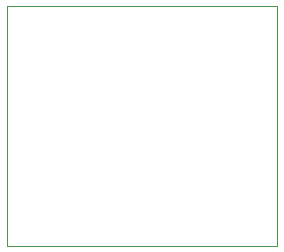
<source format=gbr>
%TF.GenerationSoftware,KiCad,Pcbnew,5.1.10*%
%TF.CreationDate,2021-12-30T18:02:29+01:00*%
%TF.ProjectId,Mini_SI4432_PMOD,4d696e69-5f53-4493-9434-33325f504d4f,rev?*%
%TF.SameCoordinates,Original*%
%TF.FileFunction,Profile,NP*%
%FSLAX46Y46*%
G04 Gerber Fmt 4.6, Leading zero omitted, Abs format (unit mm)*
G04 Created by KiCad (PCBNEW 5.1.10) date 2021-12-30 18:02:29*
%MOMM*%
%LPD*%
G01*
G04 APERTURE LIST*
%TA.AperFunction,Profile*%
%ADD10C,0.050000*%
%TD*%
G04 APERTURE END LIST*
D10*
X133350000Y-59690000D02*
X156210000Y-59690000D01*
X133350000Y-39370000D02*
X133350000Y-59690000D01*
X137160000Y-39370000D02*
X133350000Y-39370000D01*
X156210000Y-39370000D02*
X137160000Y-39370000D01*
X156210000Y-59690000D02*
X156210000Y-39370000D01*
M02*

</source>
